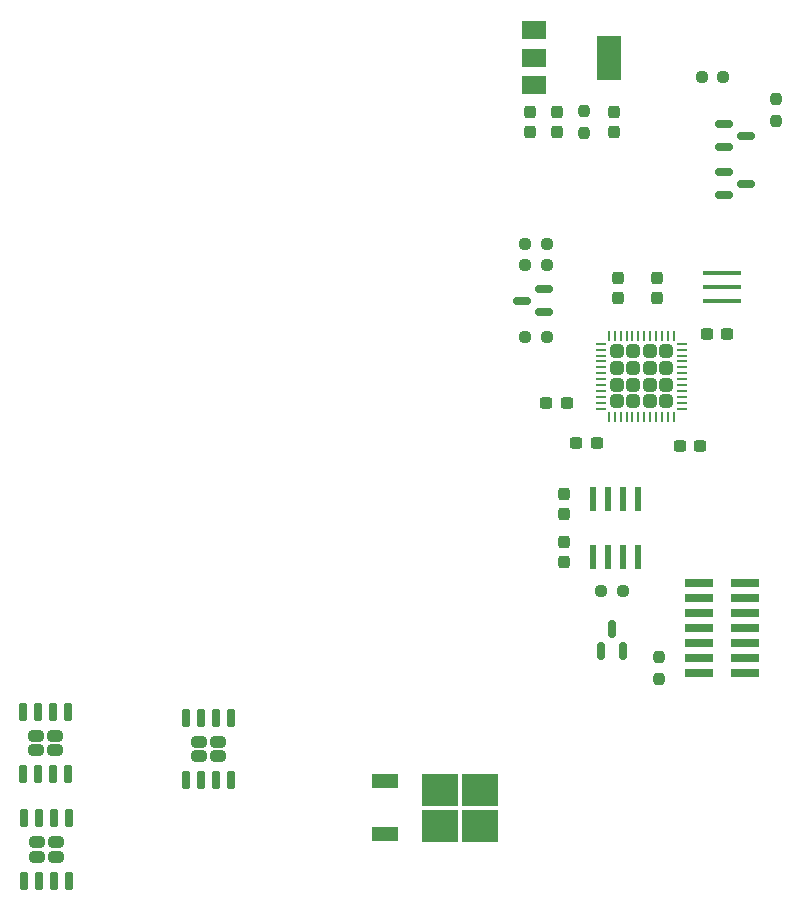
<source format=gbr>
%TF.GenerationSoftware,KiCad,Pcbnew,(6.0.1)*%
%TF.CreationDate,2022-02-14T12:03:47-05:00*%
%TF.ProjectId,rear-control-board,72656172-2d63-46f6-9e74-726f6c2d626f,rev?*%
%TF.SameCoordinates,Original*%
%TF.FileFunction,Paste,Top*%
%TF.FilePolarity,Positive*%
%FSLAX46Y46*%
G04 Gerber Fmt 4.6, Leading zero omitted, Abs format (unit mm)*
G04 Created by KiCad (PCBNEW (6.0.1)) date 2022-02-14 12:03:47*
%MOMM*%
%LPD*%
G01*
G04 APERTURE LIST*
G04 Aperture macros list*
%AMRoundRect*
0 Rectangle with rounded corners*
0 $1 Rounding radius*
0 $2 $3 $4 $5 $6 $7 $8 $9 X,Y pos of 4 corners*
0 Add a 4 corners polygon primitive as box body*
4,1,4,$2,$3,$4,$5,$6,$7,$8,$9,$2,$3,0*
0 Add four circle primitives for the rounded corners*
1,1,$1+$1,$2,$3*
1,1,$1+$1,$4,$5*
1,1,$1+$1,$6,$7*
1,1,$1+$1,$8,$9*
0 Add four rect primitives between the rounded corners*
20,1,$1+$1,$2,$3,$4,$5,0*
20,1,$1+$1,$4,$5,$6,$7,0*
20,1,$1+$1,$6,$7,$8,$9,0*
20,1,$1+$1,$8,$9,$2,$3,0*%
G04 Aperture macros list end*
%ADD10R,3.050000X2.750000*%
%ADD11R,2.200000X1.200000*%
%ADD12RoundRect,0.237500X-0.237500X0.287500X-0.237500X-0.287500X0.237500X-0.287500X0.237500X0.287500X0*%
%ADD13RoundRect,0.250000X-0.315000X0.315000X-0.315000X-0.315000X0.315000X-0.315000X0.315000X0.315000X0*%
%ADD14RoundRect,0.062500X-0.062500X0.375000X-0.062500X-0.375000X0.062500X-0.375000X0.062500X0.375000X0*%
%ADD15RoundRect,0.062500X-0.375000X0.062500X-0.375000X-0.062500X0.375000X-0.062500X0.375000X0.062500X0*%
%ADD16R,2.000000X1.500000*%
%ADD17R,2.000000X3.800000*%
%ADD18R,3.200000X0.400000*%
%ADD19RoundRect,0.237500X0.300000X0.237500X-0.300000X0.237500X-0.300000X-0.237500X0.300000X-0.237500X0*%
%ADD20RoundRect,0.237500X-0.300000X-0.237500X0.300000X-0.237500X0.300000X0.237500X-0.300000X0.237500X0*%
%ADD21RoundRect,0.237500X0.237500X-0.300000X0.237500X0.300000X-0.237500X0.300000X-0.237500X-0.300000X0*%
%ADD22RoundRect,0.237500X-0.250000X-0.237500X0.250000X-0.237500X0.250000X0.237500X-0.250000X0.237500X0*%
%ADD23RoundRect,0.237500X0.237500X-0.250000X0.237500X0.250000X-0.237500X0.250000X-0.237500X-0.250000X0*%
%ADD24RoundRect,0.237500X0.250000X0.237500X-0.250000X0.237500X-0.250000X-0.237500X0.250000X-0.237500X0*%
%ADD25RoundRect,0.041300X-0.253700X0.943700X-0.253700X-0.943700X0.253700X-0.943700X0.253700X0.943700X0*%
%ADD26R,2.400000X0.740000*%
%ADD27RoundRect,0.150000X-0.587500X-0.150000X0.587500X-0.150000X0.587500X0.150000X-0.587500X0.150000X0*%
%ADD28RoundRect,0.237500X-0.237500X0.250000X-0.237500X-0.250000X0.237500X-0.250000X0.237500X0.250000X0*%
%ADD29RoundRect,0.150000X0.150000X-0.587500X0.150000X0.587500X-0.150000X0.587500X-0.150000X-0.587500X0*%
%ADD30RoundRect,0.237500X-0.237500X0.300000X-0.237500X-0.300000X0.237500X-0.300000X0.237500X0.300000X0*%
%ADD31RoundRect,0.242500X-0.402500X0.242500X-0.402500X-0.242500X0.402500X-0.242500X0.402500X0.242500X0*%
%ADD32RoundRect,0.150000X-0.150000X0.650000X-0.150000X-0.650000X0.150000X-0.650000X0.150000X0.650000X0*%
%ADD33RoundRect,0.150000X0.587500X0.150000X-0.587500X0.150000X-0.587500X-0.150000X0.587500X-0.150000X0*%
G04 APERTURE END LIST*
D10*
%TO.C,D3*%
X132837000Y-98671000D03*
X136187000Y-101721000D03*
X132837000Y-101721000D03*
X136187000Y-98671000D03*
D11*
X128212000Y-97916000D03*
X128212000Y-102476000D03*
%TD*%
D12*
%TO.C,D1*%
X147525000Y-41268000D03*
X147525000Y-43018000D03*
%TD*%
D13*
%TO.C,U1*%
X149173000Y-61582000D03*
X147773000Y-62982000D03*
X150573000Y-62982000D03*
X147773000Y-64382000D03*
X150573000Y-64382000D03*
X151973000Y-61582000D03*
X150573000Y-65782000D03*
X147773000Y-65782000D03*
X151973000Y-64382000D03*
X149173000Y-64382000D03*
X149173000Y-62982000D03*
X149173000Y-65782000D03*
X151973000Y-62982000D03*
X151973000Y-65782000D03*
X147773000Y-61582000D03*
X150573000Y-61582000D03*
D14*
X152623000Y-60244500D03*
X152123000Y-60244500D03*
X151623000Y-60244500D03*
X151123000Y-60244500D03*
X150623000Y-60244500D03*
X150123000Y-60244500D03*
X149623000Y-60244500D03*
X149123000Y-60244500D03*
X148623000Y-60244500D03*
X148123000Y-60244500D03*
X147623000Y-60244500D03*
X147123000Y-60244500D03*
D15*
X146435500Y-60932000D03*
X146435500Y-61432000D03*
X146435500Y-61932000D03*
X146435500Y-62432000D03*
X146435500Y-62932000D03*
X146435500Y-63432000D03*
X146435500Y-63932000D03*
X146435500Y-64432000D03*
X146435500Y-64932000D03*
X146435500Y-65432000D03*
X146435500Y-65932000D03*
X146435500Y-66432000D03*
D14*
X147123000Y-67119500D03*
X147623000Y-67119500D03*
X148123000Y-67119500D03*
X148623000Y-67119500D03*
X149123000Y-67119500D03*
X149623000Y-67119500D03*
X150123000Y-67119500D03*
X150623000Y-67119500D03*
X151123000Y-67119500D03*
X151623000Y-67119500D03*
X152123000Y-67119500D03*
X152623000Y-67119500D03*
D15*
X153310500Y-66432000D03*
X153310500Y-65932000D03*
X153310500Y-65432000D03*
X153310500Y-64932000D03*
X153310500Y-64432000D03*
X153310500Y-63932000D03*
X153310500Y-63432000D03*
X153310500Y-62932000D03*
X153310500Y-62432000D03*
X153310500Y-61932000D03*
X153310500Y-61432000D03*
X153310500Y-60932000D03*
%TD*%
D16*
%TO.C,U3*%
X140819000Y-34396000D03*
X140819000Y-36696000D03*
D17*
X147119000Y-36696000D03*
D16*
X140819000Y-38996000D03*
%TD*%
D18*
%TO.C,Y1*%
X156669000Y-57327000D03*
X156669000Y-56127000D03*
X156669000Y-54927000D03*
%TD*%
D19*
%TO.C,C9*%
X154864500Y-69589000D03*
X153139500Y-69589000D03*
%TD*%
D20*
%TO.C,C10*%
X155425500Y-60064000D03*
X157150500Y-60064000D03*
%TD*%
D19*
%TO.C,C11*%
X146101500Y-69335000D03*
X144376500Y-69335000D03*
%TD*%
D21*
%TO.C,C12*%
X143334000Y-75342500D03*
X143334000Y-73617500D03*
%TD*%
D22*
%TO.C,R3*%
X140057000Y-60318000D03*
X141882000Y-60318000D03*
%TD*%
D23*
%TO.C,R2*%
X144985000Y-43069500D03*
X144985000Y-41244500D03*
%TD*%
D21*
%TO.C,C5*%
X151233400Y-57091100D03*
X151233400Y-55366100D03*
%TD*%
%TO.C,C7*%
X147906000Y-57091100D03*
X147906000Y-55366100D03*
%TD*%
D19*
%TO.C,C4*%
X143561500Y-65906000D03*
X141836500Y-65906000D03*
%TD*%
D22*
%TO.C,R5*%
X140033500Y-54222000D03*
X141858500Y-54222000D03*
%TD*%
D24*
%TO.C,R6*%
X148310500Y-81846000D03*
X146485500Y-81846000D03*
%TD*%
D25*
%TO.C,U4*%
X149557000Y-74037000D03*
X148287000Y-74037000D03*
X147017000Y-74037000D03*
X145747000Y-74037000D03*
X145747000Y-78987000D03*
X147017000Y-78987000D03*
X148287000Y-78987000D03*
X149557000Y-78987000D03*
%TD*%
D26*
%TO.C,J6*%
X154769000Y-81216500D03*
X158669000Y-81216500D03*
X154769000Y-82486500D03*
X158669000Y-82486500D03*
X154769000Y-83756500D03*
X158669000Y-83756500D03*
X154769000Y-85026500D03*
X158669000Y-85026500D03*
X154769000Y-86296500D03*
X158669000Y-86296500D03*
X154769000Y-87566500D03*
X158669000Y-87566500D03*
X154769000Y-88836500D03*
X158669000Y-88836500D03*
%TD*%
D27*
%TO.C,D8*%
X156874500Y-46414000D03*
X156874500Y-48314000D03*
X158749500Y-47364000D03*
%TD*%
D28*
%TO.C,R7*%
X161241000Y-40228500D03*
X161241000Y-42053500D03*
%TD*%
D29*
%TO.C,D9*%
X146448000Y-86974500D03*
X148348000Y-86974500D03*
X147398000Y-85099500D03*
%TD*%
D30*
%TO.C,C6*%
X142699000Y-41294500D03*
X142699000Y-43019500D03*
%TD*%
D24*
%TO.C,R4*%
X156819500Y-38347000D03*
X154994500Y-38347000D03*
%TD*%
D31*
%TO.C,U6*%
X98719000Y-104352000D03*
X100319000Y-104352000D03*
X100319000Y-103152000D03*
X98719000Y-103152000D03*
D32*
X101424000Y-101102000D03*
X100154000Y-101102000D03*
X98884000Y-101102000D03*
X97614000Y-101102000D03*
X97614000Y-106402000D03*
X98884000Y-106402000D03*
X100154000Y-106402000D03*
X101424000Y-106402000D03*
%TD*%
D27*
%TO.C,D7*%
X156874500Y-42350000D03*
X156874500Y-44250000D03*
X158749500Y-43300000D03*
%TD*%
D31*
%TO.C,U5*%
X98592000Y-94135000D03*
X100192000Y-94135000D03*
X98592000Y-95335000D03*
X100192000Y-95335000D03*
D32*
X101297000Y-92085000D03*
X100027000Y-92085000D03*
X98757000Y-92085000D03*
X97487000Y-92085000D03*
X97487000Y-97385000D03*
X98757000Y-97385000D03*
X100027000Y-97385000D03*
X101297000Y-97385000D03*
%TD*%
D31*
%TO.C,U7*%
X114035000Y-95843000D03*
X114035000Y-94643000D03*
X112435000Y-95843000D03*
X112435000Y-94643000D03*
D32*
X115140000Y-92593000D03*
X113870000Y-92593000D03*
X112600000Y-92593000D03*
X111330000Y-92593000D03*
X111330000Y-97893000D03*
X112600000Y-97893000D03*
X113870000Y-97893000D03*
X115140000Y-97893000D03*
%TD*%
D24*
%TO.C,R8*%
X141858500Y-52444000D03*
X140033500Y-52444000D03*
%TD*%
D30*
%TO.C,C8*%
X143334000Y-77681500D03*
X143334000Y-79406500D03*
%TD*%
D23*
%TO.C,R10*%
X151335000Y-89297500D03*
X151335000Y-87472500D03*
%TD*%
D33*
%TO.C,D6*%
X141604500Y-58220000D03*
X141604500Y-56320000D03*
X139729500Y-57270000D03*
%TD*%
D30*
%TO.C,C1*%
X140413000Y-41294500D03*
X140413000Y-43019500D03*
%TD*%
M02*

</source>
